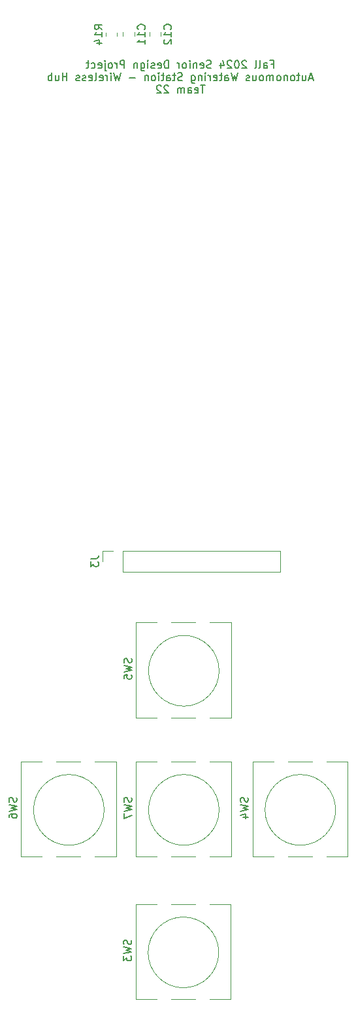
<source format=gbr>
%TF.GenerationSoftware,KiCad,Pcbnew,(6.0.0)*%
%TF.CreationDate,2024-11-07T04:23:40-05:00*%
%TF.ProjectId,sensor-hub,73656e73-6f72-42d6-9875-622e6b696361,rev?*%
%TF.SameCoordinates,Original*%
%TF.FileFunction,Legend,Bot*%
%TF.FilePolarity,Positive*%
%FSLAX46Y46*%
G04 Gerber Fmt 4.6, Leading zero omitted, Abs format (unit mm)*
G04 Created by KiCad (PCBNEW (6.0.0)) date 2024-11-07 04:23:40*
%MOMM*%
%LPD*%
G01*
G04 APERTURE LIST*
%ADD10C,0.150000*%
%ADD11C,0.120000*%
G04 APERTURE END LIST*
D10*
X123738095Y-33818571D02*
X124071428Y-33818571D01*
X124071428Y-34342380D02*
X124071428Y-33342380D01*
X123595238Y-33342380D01*
X122785714Y-34342380D02*
X122785714Y-33818571D01*
X122833333Y-33723333D01*
X122928571Y-33675714D01*
X123119047Y-33675714D01*
X123214285Y-33723333D01*
X122785714Y-34294761D02*
X122880952Y-34342380D01*
X123119047Y-34342380D01*
X123214285Y-34294761D01*
X123261904Y-34199523D01*
X123261904Y-34104285D01*
X123214285Y-34009047D01*
X123119047Y-33961428D01*
X122880952Y-33961428D01*
X122785714Y-33913809D01*
X122166666Y-34342380D02*
X122261904Y-34294761D01*
X122309523Y-34199523D01*
X122309523Y-33342380D01*
X121642857Y-34342380D02*
X121738095Y-34294761D01*
X121785714Y-34199523D01*
X121785714Y-33342380D01*
X120547619Y-33437619D02*
X120500000Y-33390000D01*
X120404761Y-33342380D01*
X120166666Y-33342380D01*
X120071428Y-33390000D01*
X120023809Y-33437619D01*
X119976190Y-33532857D01*
X119976190Y-33628095D01*
X120023809Y-33770952D01*
X120595238Y-34342380D01*
X119976190Y-34342380D01*
X119357142Y-33342380D02*
X119261904Y-33342380D01*
X119166666Y-33390000D01*
X119119047Y-33437619D01*
X119071428Y-33532857D01*
X119023809Y-33723333D01*
X119023809Y-33961428D01*
X119071428Y-34151904D01*
X119119047Y-34247142D01*
X119166666Y-34294761D01*
X119261904Y-34342380D01*
X119357142Y-34342380D01*
X119452380Y-34294761D01*
X119500000Y-34247142D01*
X119547619Y-34151904D01*
X119595238Y-33961428D01*
X119595238Y-33723333D01*
X119547619Y-33532857D01*
X119500000Y-33437619D01*
X119452380Y-33390000D01*
X119357142Y-33342380D01*
X118642857Y-33437619D02*
X118595238Y-33390000D01*
X118500000Y-33342380D01*
X118261904Y-33342380D01*
X118166666Y-33390000D01*
X118119047Y-33437619D01*
X118071428Y-33532857D01*
X118071428Y-33628095D01*
X118119047Y-33770952D01*
X118690476Y-34342380D01*
X118071428Y-34342380D01*
X117214285Y-33675714D02*
X117214285Y-34342380D01*
X117452380Y-33294761D02*
X117690476Y-34009047D01*
X117071428Y-34009047D01*
X115976190Y-34294761D02*
X115833333Y-34342380D01*
X115595238Y-34342380D01*
X115500000Y-34294761D01*
X115452380Y-34247142D01*
X115404761Y-34151904D01*
X115404761Y-34056666D01*
X115452380Y-33961428D01*
X115500000Y-33913809D01*
X115595238Y-33866190D01*
X115785714Y-33818571D01*
X115880952Y-33770952D01*
X115928571Y-33723333D01*
X115976190Y-33628095D01*
X115976190Y-33532857D01*
X115928571Y-33437619D01*
X115880952Y-33390000D01*
X115785714Y-33342380D01*
X115547619Y-33342380D01*
X115404761Y-33390000D01*
X114595238Y-34294761D02*
X114690476Y-34342380D01*
X114880952Y-34342380D01*
X114976190Y-34294761D01*
X115023809Y-34199523D01*
X115023809Y-33818571D01*
X114976190Y-33723333D01*
X114880952Y-33675714D01*
X114690476Y-33675714D01*
X114595238Y-33723333D01*
X114547619Y-33818571D01*
X114547619Y-33913809D01*
X115023809Y-34009047D01*
X114119047Y-33675714D02*
X114119047Y-34342380D01*
X114119047Y-33770952D02*
X114071428Y-33723333D01*
X113976190Y-33675714D01*
X113833333Y-33675714D01*
X113738095Y-33723333D01*
X113690476Y-33818571D01*
X113690476Y-34342380D01*
X113214285Y-34342380D02*
X113214285Y-33675714D01*
X113214285Y-33342380D02*
X113261904Y-33390000D01*
X113214285Y-33437619D01*
X113166666Y-33390000D01*
X113214285Y-33342380D01*
X113214285Y-33437619D01*
X112595238Y-34342380D02*
X112690476Y-34294761D01*
X112738095Y-34247142D01*
X112785714Y-34151904D01*
X112785714Y-33866190D01*
X112738095Y-33770952D01*
X112690476Y-33723333D01*
X112595238Y-33675714D01*
X112452380Y-33675714D01*
X112357142Y-33723333D01*
X112309523Y-33770952D01*
X112261904Y-33866190D01*
X112261904Y-34151904D01*
X112309523Y-34247142D01*
X112357142Y-34294761D01*
X112452380Y-34342380D01*
X112595238Y-34342380D01*
X111833333Y-34342380D02*
X111833333Y-33675714D01*
X111833333Y-33866190D02*
X111785714Y-33770952D01*
X111738095Y-33723333D01*
X111642857Y-33675714D01*
X111547619Y-33675714D01*
X110452380Y-34342380D02*
X110452380Y-33342380D01*
X110214285Y-33342380D01*
X110071428Y-33390000D01*
X109976190Y-33485238D01*
X109928571Y-33580476D01*
X109880952Y-33770952D01*
X109880952Y-33913809D01*
X109928571Y-34104285D01*
X109976190Y-34199523D01*
X110071428Y-34294761D01*
X110214285Y-34342380D01*
X110452380Y-34342380D01*
X109071428Y-34294761D02*
X109166666Y-34342380D01*
X109357142Y-34342380D01*
X109452380Y-34294761D01*
X109500000Y-34199523D01*
X109500000Y-33818571D01*
X109452380Y-33723333D01*
X109357142Y-33675714D01*
X109166666Y-33675714D01*
X109071428Y-33723333D01*
X109023809Y-33818571D01*
X109023809Y-33913809D01*
X109500000Y-34009047D01*
X108642857Y-34294761D02*
X108547619Y-34342380D01*
X108357142Y-34342380D01*
X108261904Y-34294761D01*
X108214285Y-34199523D01*
X108214285Y-34151904D01*
X108261904Y-34056666D01*
X108357142Y-34009047D01*
X108500000Y-34009047D01*
X108595238Y-33961428D01*
X108642857Y-33866190D01*
X108642857Y-33818571D01*
X108595238Y-33723333D01*
X108500000Y-33675714D01*
X108357142Y-33675714D01*
X108261904Y-33723333D01*
X107785714Y-34342380D02*
X107785714Y-33675714D01*
X107785714Y-33342380D02*
X107833333Y-33390000D01*
X107785714Y-33437619D01*
X107738095Y-33390000D01*
X107785714Y-33342380D01*
X107785714Y-33437619D01*
X106880952Y-33675714D02*
X106880952Y-34485238D01*
X106928571Y-34580476D01*
X106976190Y-34628095D01*
X107071428Y-34675714D01*
X107214285Y-34675714D01*
X107309523Y-34628095D01*
X106880952Y-34294761D02*
X106976190Y-34342380D01*
X107166666Y-34342380D01*
X107261904Y-34294761D01*
X107309523Y-34247142D01*
X107357142Y-34151904D01*
X107357142Y-33866190D01*
X107309523Y-33770952D01*
X107261904Y-33723333D01*
X107166666Y-33675714D01*
X106976190Y-33675714D01*
X106880952Y-33723333D01*
X106404761Y-33675714D02*
X106404761Y-34342380D01*
X106404761Y-33770952D02*
X106357142Y-33723333D01*
X106261904Y-33675714D01*
X106119047Y-33675714D01*
X106023809Y-33723333D01*
X105976190Y-33818571D01*
X105976190Y-34342380D01*
X104738095Y-34342380D02*
X104738095Y-33342380D01*
X104357142Y-33342380D01*
X104261904Y-33390000D01*
X104214285Y-33437619D01*
X104166666Y-33532857D01*
X104166666Y-33675714D01*
X104214285Y-33770952D01*
X104261904Y-33818571D01*
X104357142Y-33866190D01*
X104738095Y-33866190D01*
X103738095Y-34342380D02*
X103738095Y-33675714D01*
X103738095Y-33866190D02*
X103690476Y-33770952D01*
X103642857Y-33723333D01*
X103547619Y-33675714D01*
X103452380Y-33675714D01*
X102976190Y-34342380D02*
X103071428Y-34294761D01*
X103119047Y-34247142D01*
X103166666Y-34151904D01*
X103166666Y-33866190D01*
X103119047Y-33770952D01*
X103071428Y-33723333D01*
X102976190Y-33675714D01*
X102833333Y-33675714D01*
X102738095Y-33723333D01*
X102690476Y-33770952D01*
X102642857Y-33866190D01*
X102642857Y-34151904D01*
X102690476Y-34247142D01*
X102738095Y-34294761D01*
X102833333Y-34342380D01*
X102976190Y-34342380D01*
X102214285Y-33675714D02*
X102214285Y-34532857D01*
X102261904Y-34628095D01*
X102357142Y-34675714D01*
X102404761Y-34675714D01*
X102214285Y-33342380D02*
X102261904Y-33390000D01*
X102214285Y-33437619D01*
X102166666Y-33390000D01*
X102214285Y-33342380D01*
X102214285Y-33437619D01*
X101357142Y-34294761D02*
X101452380Y-34342380D01*
X101642857Y-34342380D01*
X101738095Y-34294761D01*
X101785714Y-34199523D01*
X101785714Y-33818571D01*
X101738095Y-33723333D01*
X101642857Y-33675714D01*
X101452380Y-33675714D01*
X101357142Y-33723333D01*
X101309523Y-33818571D01*
X101309523Y-33913809D01*
X101785714Y-34009047D01*
X100452380Y-34294761D02*
X100547619Y-34342380D01*
X100738095Y-34342380D01*
X100833333Y-34294761D01*
X100880952Y-34247142D01*
X100928571Y-34151904D01*
X100928571Y-33866190D01*
X100880952Y-33770952D01*
X100833333Y-33723333D01*
X100738095Y-33675714D01*
X100547619Y-33675714D01*
X100452380Y-33723333D01*
X100166666Y-33675714D02*
X99785714Y-33675714D01*
X100023809Y-33342380D02*
X100023809Y-34199523D01*
X99976190Y-34294761D01*
X99880952Y-34342380D01*
X99785714Y-34342380D01*
X129142857Y-35666666D02*
X128666666Y-35666666D01*
X129238095Y-35952380D02*
X128904761Y-34952380D01*
X128571428Y-35952380D01*
X127809523Y-35285714D02*
X127809523Y-35952380D01*
X128238095Y-35285714D02*
X128238095Y-35809523D01*
X128190476Y-35904761D01*
X128095238Y-35952380D01*
X127952380Y-35952380D01*
X127857142Y-35904761D01*
X127809523Y-35857142D01*
X127476190Y-35285714D02*
X127095238Y-35285714D01*
X127333333Y-34952380D02*
X127333333Y-35809523D01*
X127285714Y-35904761D01*
X127190476Y-35952380D01*
X127095238Y-35952380D01*
X126619047Y-35952380D02*
X126714285Y-35904761D01*
X126761904Y-35857142D01*
X126809523Y-35761904D01*
X126809523Y-35476190D01*
X126761904Y-35380952D01*
X126714285Y-35333333D01*
X126619047Y-35285714D01*
X126476190Y-35285714D01*
X126380952Y-35333333D01*
X126333333Y-35380952D01*
X126285714Y-35476190D01*
X126285714Y-35761904D01*
X126333333Y-35857142D01*
X126380952Y-35904761D01*
X126476190Y-35952380D01*
X126619047Y-35952380D01*
X125857142Y-35285714D02*
X125857142Y-35952380D01*
X125857142Y-35380952D02*
X125809523Y-35333333D01*
X125714285Y-35285714D01*
X125571428Y-35285714D01*
X125476190Y-35333333D01*
X125428571Y-35428571D01*
X125428571Y-35952380D01*
X124809523Y-35952380D02*
X124904761Y-35904761D01*
X124952380Y-35857142D01*
X125000000Y-35761904D01*
X125000000Y-35476190D01*
X124952380Y-35380952D01*
X124904761Y-35333333D01*
X124809523Y-35285714D01*
X124666666Y-35285714D01*
X124571428Y-35333333D01*
X124523809Y-35380952D01*
X124476190Y-35476190D01*
X124476190Y-35761904D01*
X124523809Y-35857142D01*
X124571428Y-35904761D01*
X124666666Y-35952380D01*
X124809523Y-35952380D01*
X124047619Y-35952380D02*
X124047619Y-35285714D01*
X124047619Y-35380952D02*
X124000000Y-35333333D01*
X123904761Y-35285714D01*
X123761904Y-35285714D01*
X123666666Y-35333333D01*
X123619047Y-35428571D01*
X123619047Y-35952380D01*
X123619047Y-35428571D02*
X123571428Y-35333333D01*
X123476190Y-35285714D01*
X123333333Y-35285714D01*
X123238095Y-35333333D01*
X123190476Y-35428571D01*
X123190476Y-35952380D01*
X122571428Y-35952380D02*
X122666666Y-35904761D01*
X122714285Y-35857142D01*
X122761904Y-35761904D01*
X122761904Y-35476190D01*
X122714285Y-35380952D01*
X122666666Y-35333333D01*
X122571428Y-35285714D01*
X122428571Y-35285714D01*
X122333333Y-35333333D01*
X122285714Y-35380952D01*
X122238095Y-35476190D01*
X122238095Y-35761904D01*
X122285714Y-35857142D01*
X122333333Y-35904761D01*
X122428571Y-35952380D01*
X122571428Y-35952380D01*
X121380952Y-35285714D02*
X121380952Y-35952380D01*
X121809523Y-35285714D02*
X121809523Y-35809523D01*
X121761904Y-35904761D01*
X121666666Y-35952380D01*
X121523809Y-35952380D01*
X121428571Y-35904761D01*
X121380952Y-35857142D01*
X120952380Y-35904761D02*
X120857142Y-35952380D01*
X120666666Y-35952380D01*
X120571428Y-35904761D01*
X120523809Y-35809523D01*
X120523809Y-35761904D01*
X120571428Y-35666666D01*
X120666666Y-35619047D01*
X120809523Y-35619047D01*
X120904761Y-35571428D01*
X120952380Y-35476190D01*
X120952380Y-35428571D01*
X120904761Y-35333333D01*
X120809523Y-35285714D01*
X120666666Y-35285714D01*
X120571428Y-35333333D01*
X119428571Y-34952380D02*
X119190476Y-35952380D01*
X119000000Y-35238095D01*
X118809523Y-35952380D01*
X118571428Y-34952380D01*
X117761904Y-35952380D02*
X117761904Y-35428571D01*
X117809523Y-35333333D01*
X117904761Y-35285714D01*
X118095238Y-35285714D01*
X118190476Y-35333333D01*
X117761904Y-35904761D02*
X117857142Y-35952380D01*
X118095238Y-35952380D01*
X118190476Y-35904761D01*
X118238095Y-35809523D01*
X118238095Y-35714285D01*
X118190476Y-35619047D01*
X118095238Y-35571428D01*
X117857142Y-35571428D01*
X117761904Y-35523809D01*
X117428571Y-35285714D02*
X117047619Y-35285714D01*
X117285714Y-34952380D02*
X117285714Y-35809523D01*
X117238095Y-35904761D01*
X117142857Y-35952380D01*
X117047619Y-35952380D01*
X116333333Y-35904761D02*
X116428571Y-35952380D01*
X116619047Y-35952380D01*
X116714285Y-35904761D01*
X116761904Y-35809523D01*
X116761904Y-35428571D01*
X116714285Y-35333333D01*
X116619047Y-35285714D01*
X116428571Y-35285714D01*
X116333333Y-35333333D01*
X116285714Y-35428571D01*
X116285714Y-35523809D01*
X116761904Y-35619047D01*
X115857142Y-35952380D02*
X115857142Y-35285714D01*
X115857142Y-35476190D02*
X115809523Y-35380952D01*
X115761904Y-35333333D01*
X115666666Y-35285714D01*
X115571428Y-35285714D01*
X115238095Y-35952380D02*
X115238095Y-35285714D01*
X115238095Y-34952380D02*
X115285714Y-35000000D01*
X115238095Y-35047619D01*
X115190476Y-35000000D01*
X115238095Y-34952380D01*
X115238095Y-35047619D01*
X114761904Y-35285714D02*
X114761904Y-35952380D01*
X114761904Y-35380952D02*
X114714285Y-35333333D01*
X114619047Y-35285714D01*
X114476190Y-35285714D01*
X114380952Y-35333333D01*
X114333333Y-35428571D01*
X114333333Y-35952380D01*
X113428571Y-35285714D02*
X113428571Y-36095238D01*
X113476190Y-36190476D01*
X113523809Y-36238095D01*
X113619047Y-36285714D01*
X113761904Y-36285714D01*
X113857142Y-36238095D01*
X113428571Y-35904761D02*
X113523809Y-35952380D01*
X113714285Y-35952380D01*
X113809523Y-35904761D01*
X113857142Y-35857142D01*
X113904761Y-35761904D01*
X113904761Y-35476190D01*
X113857142Y-35380952D01*
X113809523Y-35333333D01*
X113714285Y-35285714D01*
X113523809Y-35285714D01*
X113428571Y-35333333D01*
X112238095Y-35904761D02*
X112095238Y-35952380D01*
X111857142Y-35952380D01*
X111761904Y-35904761D01*
X111714285Y-35857142D01*
X111666666Y-35761904D01*
X111666666Y-35666666D01*
X111714285Y-35571428D01*
X111761904Y-35523809D01*
X111857142Y-35476190D01*
X112047619Y-35428571D01*
X112142857Y-35380952D01*
X112190476Y-35333333D01*
X112238095Y-35238095D01*
X112238095Y-35142857D01*
X112190476Y-35047619D01*
X112142857Y-35000000D01*
X112047619Y-34952380D01*
X111809523Y-34952380D01*
X111666666Y-35000000D01*
X111380952Y-35285714D02*
X111000000Y-35285714D01*
X111238095Y-34952380D02*
X111238095Y-35809523D01*
X111190476Y-35904761D01*
X111095238Y-35952380D01*
X111000000Y-35952380D01*
X110238095Y-35952380D02*
X110238095Y-35428571D01*
X110285714Y-35333333D01*
X110380952Y-35285714D01*
X110571428Y-35285714D01*
X110666666Y-35333333D01*
X110238095Y-35904761D02*
X110333333Y-35952380D01*
X110571428Y-35952380D01*
X110666666Y-35904761D01*
X110714285Y-35809523D01*
X110714285Y-35714285D01*
X110666666Y-35619047D01*
X110571428Y-35571428D01*
X110333333Y-35571428D01*
X110238095Y-35523809D01*
X109904761Y-35285714D02*
X109523809Y-35285714D01*
X109761904Y-34952380D02*
X109761904Y-35809523D01*
X109714285Y-35904761D01*
X109619047Y-35952380D01*
X109523809Y-35952380D01*
X109190476Y-35952380D02*
X109190476Y-35285714D01*
X109190476Y-34952380D02*
X109238095Y-35000000D01*
X109190476Y-35047619D01*
X109142857Y-35000000D01*
X109190476Y-34952380D01*
X109190476Y-35047619D01*
X108571428Y-35952380D02*
X108666666Y-35904761D01*
X108714285Y-35857142D01*
X108761904Y-35761904D01*
X108761904Y-35476190D01*
X108714285Y-35380952D01*
X108666666Y-35333333D01*
X108571428Y-35285714D01*
X108428571Y-35285714D01*
X108333333Y-35333333D01*
X108285714Y-35380952D01*
X108238095Y-35476190D01*
X108238095Y-35761904D01*
X108285714Y-35857142D01*
X108333333Y-35904761D01*
X108428571Y-35952380D01*
X108571428Y-35952380D01*
X107809523Y-35285714D02*
X107809523Y-35952380D01*
X107809523Y-35380952D02*
X107761904Y-35333333D01*
X107666666Y-35285714D01*
X107523809Y-35285714D01*
X107428571Y-35333333D01*
X107380952Y-35428571D01*
X107380952Y-35952380D01*
X106142857Y-35571428D02*
X105380952Y-35571428D01*
X104238095Y-34952380D02*
X104000000Y-35952380D01*
X103809523Y-35238095D01*
X103619047Y-35952380D01*
X103380952Y-34952380D01*
X103000000Y-35952380D02*
X103000000Y-35285714D01*
X103000000Y-34952380D02*
X103047619Y-35000000D01*
X103000000Y-35047619D01*
X102952380Y-35000000D01*
X103000000Y-34952380D01*
X103000000Y-35047619D01*
X102523809Y-35952380D02*
X102523809Y-35285714D01*
X102523809Y-35476190D02*
X102476190Y-35380952D01*
X102428571Y-35333333D01*
X102333333Y-35285714D01*
X102238095Y-35285714D01*
X101523809Y-35904761D02*
X101619047Y-35952380D01*
X101809523Y-35952380D01*
X101904761Y-35904761D01*
X101952380Y-35809523D01*
X101952380Y-35428571D01*
X101904761Y-35333333D01*
X101809523Y-35285714D01*
X101619047Y-35285714D01*
X101523809Y-35333333D01*
X101476190Y-35428571D01*
X101476190Y-35523809D01*
X101952380Y-35619047D01*
X100904761Y-35952380D02*
X101000000Y-35904761D01*
X101047619Y-35809523D01*
X101047619Y-34952380D01*
X100142857Y-35904761D02*
X100238095Y-35952380D01*
X100428571Y-35952380D01*
X100523809Y-35904761D01*
X100571428Y-35809523D01*
X100571428Y-35428571D01*
X100523809Y-35333333D01*
X100428571Y-35285714D01*
X100238095Y-35285714D01*
X100142857Y-35333333D01*
X100095238Y-35428571D01*
X100095238Y-35523809D01*
X100571428Y-35619047D01*
X99714285Y-35904761D02*
X99619047Y-35952380D01*
X99428571Y-35952380D01*
X99333333Y-35904761D01*
X99285714Y-35809523D01*
X99285714Y-35761904D01*
X99333333Y-35666666D01*
X99428571Y-35619047D01*
X99571428Y-35619047D01*
X99666666Y-35571428D01*
X99714285Y-35476190D01*
X99714285Y-35428571D01*
X99666666Y-35333333D01*
X99571428Y-35285714D01*
X99428571Y-35285714D01*
X99333333Y-35333333D01*
X98904761Y-35904761D02*
X98809523Y-35952380D01*
X98619047Y-35952380D01*
X98523809Y-35904761D01*
X98476190Y-35809523D01*
X98476190Y-35761904D01*
X98523809Y-35666666D01*
X98619047Y-35619047D01*
X98761904Y-35619047D01*
X98857142Y-35571428D01*
X98904761Y-35476190D01*
X98904761Y-35428571D01*
X98857142Y-35333333D01*
X98761904Y-35285714D01*
X98619047Y-35285714D01*
X98523809Y-35333333D01*
X97285714Y-35952380D02*
X97285714Y-34952380D01*
X97285714Y-35428571D02*
X96714285Y-35428571D01*
X96714285Y-35952380D02*
X96714285Y-34952380D01*
X95809523Y-35285714D02*
X95809523Y-35952380D01*
X96238095Y-35285714D02*
X96238095Y-35809523D01*
X96190476Y-35904761D01*
X96095238Y-35952380D01*
X95952380Y-35952380D01*
X95857142Y-35904761D01*
X95809523Y-35857142D01*
X95333333Y-35952380D02*
X95333333Y-34952380D01*
X95333333Y-35333333D02*
X95238095Y-35285714D01*
X95047619Y-35285714D01*
X94952380Y-35333333D01*
X94904761Y-35380952D01*
X94857142Y-35476190D01*
X94857142Y-35761904D01*
X94904761Y-35857142D01*
X94952380Y-35904761D01*
X95047619Y-35952380D01*
X95238095Y-35952380D01*
X95333333Y-35904761D01*
X115166666Y-36562380D02*
X114595238Y-36562380D01*
X114880952Y-37562380D02*
X114880952Y-36562380D01*
X113880952Y-37514761D02*
X113976190Y-37562380D01*
X114166666Y-37562380D01*
X114261904Y-37514761D01*
X114309523Y-37419523D01*
X114309523Y-37038571D01*
X114261904Y-36943333D01*
X114166666Y-36895714D01*
X113976190Y-36895714D01*
X113880952Y-36943333D01*
X113833333Y-37038571D01*
X113833333Y-37133809D01*
X114309523Y-37229047D01*
X112976190Y-37562380D02*
X112976190Y-37038571D01*
X113023809Y-36943333D01*
X113119047Y-36895714D01*
X113309523Y-36895714D01*
X113404761Y-36943333D01*
X112976190Y-37514761D02*
X113071428Y-37562380D01*
X113309523Y-37562380D01*
X113404761Y-37514761D01*
X113452380Y-37419523D01*
X113452380Y-37324285D01*
X113404761Y-37229047D01*
X113309523Y-37181428D01*
X113071428Y-37181428D01*
X112976190Y-37133809D01*
X112500000Y-37562380D02*
X112500000Y-36895714D01*
X112500000Y-36990952D02*
X112452380Y-36943333D01*
X112357142Y-36895714D01*
X112214285Y-36895714D01*
X112119047Y-36943333D01*
X112071428Y-37038571D01*
X112071428Y-37562380D01*
X112071428Y-37038571D02*
X112023809Y-36943333D01*
X111928571Y-36895714D01*
X111785714Y-36895714D01*
X111690476Y-36943333D01*
X111642857Y-37038571D01*
X111642857Y-37562380D01*
X110452380Y-36657619D02*
X110404761Y-36610000D01*
X110309523Y-36562380D01*
X110071428Y-36562380D01*
X109976190Y-36610000D01*
X109928571Y-36657619D01*
X109880952Y-36752857D01*
X109880952Y-36848095D01*
X109928571Y-36990952D01*
X110500000Y-37562380D01*
X109880952Y-37562380D01*
X109500000Y-36657619D02*
X109452380Y-36610000D01*
X109357142Y-36562380D01*
X109119047Y-36562380D01*
X109023809Y-36610000D01*
X108976190Y-36657619D01*
X108928571Y-36752857D01*
X108928571Y-36848095D01*
X108976190Y-36990952D01*
X109547619Y-37562380D01*
X108928571Y-37562380D01*
%TO.C,R14*%
X101852380Y-29307142D02*
X101376190Y-28973809D01*
X101852380Y-28735714D02*
X100852380Y-28735714D01*
X100852380Y-29116666D01*
X100900000Y-29211904D01*
X100947619Y-29259523D01*
X101042857Y-29307142D01*
X101185714Y-29307142D01*
X101280952Y-29259523D01*
X101328571Y-29211904D01*
X101376190Y-29116666D01*
X101376190Y-28735714D01*
X101852380Y-30259523D02*
X101852380Y-29688095D01*
X101852380Y-29973809D02*
X100852380Y-29973809D01*
X100995238Y-29878571D01*
X101090476Y-29783333D01*
X101138095Y-29688095D01*
X101185714Y-31116666D02*
X101852380Y-31116666D01*
X100804761Y-30878571D02*
X101519047Y-30640476D01*
X101519047Y-31259523D01*
%TO.C,SW3*%
X105594761Y-147146666D02*
X105642380Y-147289523D01*
X105642380Y-147527619D01*
X105594761Y-147622857D01*
X105547142Y-147670476D01*
X105451904Y-147718095D01*
X105356666Y-147718095D01*
X105261428Y-147670476D01*
X105213809Y-147622857D01*
X105166190Y-147527619D01*
X105118571Y-147337142D01*
X105070952Y-147241904D01*
X105023333Y-147194285D01*
X104928095Y-147146666D01*
X104832857Y-147146666D01*
X104737619Y-147194285D01*
X104690000Y-147241904D01*
X104642380Y-147337142D01*
X104642380Y-147575238D01*
X104690000Y-147718095D01*
X104642380Y-148051428D02*
X105642380Y-148289523D01*
X104928095Y-148480000D01*
X105642380Y-148670476D01*
X104642380Y-148908571D01*
X104642380Y-149194285D02*
X104642380Y-149813333D01*
X105023333Y-149480000D01*
X105023333Y-149622857D01*
X105070952Y-149718095D01*
X105118571Y-149765714D01*
X105213809Y-149813333D01*
X105451904Y-149813333D01*
X105547142Y-149765714D01*
X105594761Y-149718095D01*
X105642380Y-149622857D01*
X105642380Y-149337142D01*
X105594761Y-149241904D01*
X105547142Y-149194285D01*
%TO.C,SW4*%
X120744761Y-128706666D02*
X120792380Y-128849523D01*
X120792380Y-129087619D01*
X120744761Y-129182857D01*
X120697142Y-129230476D01*
X120601904Y-129278095D01*
X120506666Y-129278095D01*
X120411428Y-129230476D01*
X120363809Y-129182857D01*
X120316190Y-129087619D01*
X120268571Y-128897142D01*
X120220952Y-128801904D01*
X120173333Y-128754285D01*
X120078095Y-128706666D01*
X119982857Y-128706666D01*
X119887619Y-128754285D01*
X119840000Y-128801904D01*
X119792380Y-128897142D01*
X119792380Y-129135238D01*
X119840000Y-129278095D01*
X119792380Y-129611428D02*
X120792380Y-129849523D01*
X120078095Y-130040000D01*
X120792380Y-130230476D01*
X119792380Y-130468571D01*
X120125714Y-131278095D02*
X120792380Y-131278095D01*
X119744761Y-131040000D02*
X120459047Y-130801904D01*
X120459047Y-131420952D01*
%TO.C,SW7*%
X105644761Y-128706666D02*
X105692380Y-128849523D01*
X105692380Y-129087619D01*
X105644761Y-129182857D01*
X105597142Y-129230476D01*
X105501904Y-129278095D01*
X105406666Y-129278095D01*
X105311428Y-129230476D01*
X105263809Y-129182857D01*
X105216190Y-129087619D01*
X105168571Y-128897142D01*
X105120952Y-128801904D01*
X105073333Y-128754285D01*
X104978095Y-128706666D01*
X104882857Y-128706666D01*
X104787619Y-128754285D01*
X104740000Y-128801904D01*
X104692380Y-128897142D01*
X104692380Y-129135238D01*
X104740000Y-129278095D01*
X104692380Y-129611428D02*
X105692380Y-129849523D01*
X104978095Y-130040000D01*
X105692380Y-130230476D01*
X104692380Y-130468571D01*
X104692380Y-130754285D02*
X104692380Y-131420952D01*
X105692380Y-130992380D01*
%TO.C,J3*%
X100372380Y-97816666D02*
X101086666Y-97816666D01*
X101229523Y-97769047D01*
X101324761Y-97673809D01*
X101372380Y-97530952D01*
X101372380Y-97435714D01*
X100372380Y-98197619D02*
X100372380Y-98816666D01*
X100753333Y-98483333D01*
X100753333Y-98626190D01*
X100800952Y-98721428D01*
X100848571Y-98769047D01*
X100943809Y-98816666D01*
X101181904Y-98816666D01*
X101277142Y-98769047D01*
X101324761Y-98721428D01*
X101372380Y-98626190D01*
X101372380Y-98340476D01*
X101324761Y-98245238D01*
X101277142Y-98197619D01*
%TO.C,SW5*%
X105644761Y-110706666D02*
X105692380Y-110849523D01*
X105692380Y-111087619D01*
X105644761Y-111182857D01*
X105597142Y-111230476D01*
X105501904Y-111278095D01*
X105406666Y-111278095D01*
X105311428Y-111230476D01*
X105263809Y-111182857D01*
X105216190Y-111087619D01*
X105168571Y-110897142D01*
X105120952Y-110801904D01*
X105073333Y-110754285D01*
X104978095Y-110706666D01*
X104882857Y-110706666D01*
X104787619Y-110754285D01*
X104740000Y-110801904D01*
X104692380Y-110897142D01*
X104692380Y-111135238D01*
X104740000Y-111278095D01*
X104692380Y-111611428D02*
X105692380Y-111849523D01*
X104978095Y-112040000D01*
X105692380Y-112230476D01*
X104692380Y-112468571D01*
X104692380Y-113325714D02*
X104692380Y-112849523D01*
X105168571Y-112801904D01*
X105120952Y-112849523D01*
X105073333Y-112944761D01*
X105073333Y-113182857D01*
X105120952Y-113278095D01*
X105168571Y-113325714D01*
X105263809Y-113373333D01*
X105501904Y-113373333D01*
X105597142Y-113325714D01*
X105644761Y-113278095D01*
X105692380Y-113182857D01*
X105692380Y-112944761D01*
X105644761Y-112849523D01*
X105597142Y-112801904D01*
%TO.C,SW6*%
X90744761Y-128706666D02*
X90792380Y-128849523D01*
X90792380Y-129087619D01*
X90744761Y-129182857D01*
X90697142Y-129230476D01*
X90601904Y-129278095D01*
X90506666Y-129278095D01*
X90411428Y-129230476D01*
X90363809Y-129182857D01*
X90316190Y-129087619D01*
X90268571Y-128897142D01*
X90220952Y-128801904D01*
X90173333Y-128754285D01*
X90078095Y-128706666D01*
X89982857Y-128706666D01*
X89887619Y-128754285D01*
X89840000Y-128801904D01*
X89792380Y-128897142D01*
X89792380Y-129135238D01*
X89840000Y-129278095D01*
X89792380Y-129611428D02*
X90792380Y-129849523D01*
X90078095Y-130040000D01*
X90792380Y-130230476D01*
X89792380Y-130468571D01*
X89792380Y-131278095D02*
X89792380Y-131087619D01*
X89840000Y-130992380D01*
X89887619Y-130944761D01*
X90030476Y-130849523D01*
X90220952Y-130801904D01*
X90601904Y-130801904D01*
X90697142Y-130849523D01*
X90744761Y-130897142D01*
X90792380Y-130992380D01*
X90792380Y-131182857D01*
X90744761Y-131278095D01*
X90697142Y-131325714D01*
X90601904Y-131373333D01*
X90363809Y-131373333D01*
X90268571Y-131325714D01*
X90220952Y-131278095D01*
X90173333Y-131182857D01*
X90173333Y-130992380D01*
X90220952Y-130897142D01*
X90268571Y-130849523D01*
X90363809Y-130801904D01*
%TO.C,C12*%
X110737142Y-29307142D02*
X110784761Y-29259523D01*
X110832380Y-29116666D01*
X110832380Y-29021428D01*
X110784761Y-28878571D01*
X110689523Y-28783333D01*
X110594285Y-28735714D01*
X110403809Y-28688095D01*
X110260952Y-28688095D01*
X110070476Y-28735714D01*
X109975238Y-28783333D01*
X109880000Y-28878571D01*
X109832380Y-29021428D01*
X109832380Y-29116666D01*
X109880000Y-29259523D01*
X109927619Y-29307142D01*
X110832380Y-30259523D02*
X110832380Y-29688095D01*
X110832380Y-29973809D02*
X109832380Y-29973809D01*
X109975238Y-29878571D01*
X110070476Y-29783333D01*
X110118095Y-29688095D01*
X109927619Y-30640476D02*
X109880000Y-30688095D01*
X109832380Y-30783333D01*
X109832380Y-31021428D01*
X109880000Y-31116666D01*
X109927619Y-31164285D01*
X110022857Y-31211904D01*
X110118095Y-31211904D01*
X110260952Y-31164285D01*
X110832380Y-30592857D01*
X110832380Y-31211904D01*
%TO.C,C11*%
X107337142Y-29307142D02*
X107384761Y-29259523D01*
X107432380Y-29116666D01*
X107432380Y-29021428D01*
X107384761Y-28878571D01*
X107289523Y-28783333D01*
X107194285Y-28735714D01*
X107003809Y-28688095D01*
X106860952Y-28688095D01*
X106670476Y-28735714D01*
X106575238Y-28783333D01*
X106480000Y-28878571D01*
X106432380Y-29021428D01*
X106432380Y-29116666D01*
X106480000Y-29259523D01*
X106527619Y-29307142D01*
X107432380Y-30259523D02*
X107432380Y-29688095D01*
X107432380Y-29973809D02*
X106432380Y-29973809D01*
X106575238Y-29878571D01*
X106670476Y-29783333D01*
X106718095Y-29688095D01*
X107432380Y-31211904D02*
X107432380Y-30640476D01*
X107432380Y-30926190D02*
X106432380Y-30926190D01*
X106575238Y-30830952D01*
X106670476Y-30735714D01*
X106718095Y-30640476D01*
D11*
%TO.C,R14*%
X102315000Y-29722936D02*
X102315000Y-30177064D01*
X103785000Y-29722936D02*
X103785000Y-30177064D01*
%TO.C,SW3*%
X110780000Y-154800000D02*
X113920000Y-154800000D01*
X106200000Y-154800000D02*
X108920000Y-154800000D01*
X113920000Y-142500000D02*
X110780000Y-142500000D01*
X115780000Y-154800000D02*
X118500000Y-154800000D01*
X118500000Y-142500000D02*
X115780000Y-142500000D01*
X106200000Y-142500000D02*
X106200000Y-154800000D01*
X118500000Y-154800000D02*
X118500000Y-142500000D01*
X108920000Y-142500000D02*
X106200000Y-142500000D01*
X116969050Y-148750000D02*
G75*
G03*
X116969050Y-148750000I-4579050J0D01*
G01*
%TO.C,SW4*%
X129070000Y-124060000D02*
X125930000Y-124060000D01*
X133650000Y-136360000D02*
X133650000Y-124060000D01*
X121350000Y-136360000D02*
X124070000Y-136360000D01*
X133650000Y-124060000D02*
X130930000Y-124060000D01*
X130930000Y-136360000D02*
X133650000Y-136360000D01*
X124070000Y-124060000D02*
X121350000Y-124060000D01*
X125930000Y-136360000D02*
X129070000Y-136360000D01*
X121350000Y-124060000D02*
X121350000Y-136360000D01*
X132119050Y-130310000D02*
G75*
G03*
X132119050Y-130310000I-4579050J0D01*
G01*
%TO.C,SW7*%
X110830000Y-136360000D02*
X113970000Y-136360000D01*
X108970000Y-124060000D02*
X106250000Y-124060000D01*
X118550000Y-136360000D02*
X118550000Y-124060000D01*
X118550000Y-124060000D02*
X115830000Y-124060000D01*
X106250000Y-136360000D02*
X108970000Y-136360000D01*
X113970000Y-124060000D02*
X110830000Y-124060000D01*
X115830000Y-136360000D02*
X118550000Y-136360000D01*
X106250000Y-124060000D02*
X106250000Y-136360000D01*
X117019050Y-130310000D02*
G75*
G03*
X117019050Y-130310000I-4579050J0D01*
G01*
%TO.C,J3*%
X104520000Y-99480000D02*
X124900000Y-99480000D01*
X104520000Y-96820000D02*
X124900000Y-96820000D01*
X104520000Y-96820000D02*
X104520000Y-99480000D01*
X103250000Y-96820000D02*
X101920000Y-96820000D01*
X101920000Y-96820000D02*
X101920000Y-98150000D01*
X124900000Y-96820000D02*
X124900000Y-99480000D01*
%TO.C,SW5*%
X106250000Y-106060000D02*
X106250000Y-118360000D01*
X108970000Y-106060000D02*
X106250000Y-106060000D01*
X115830000Y-118360000D02*
X118550000Y-118360000D01*
X110830000Y-118360000D02*
X113970000Y-118360000D01*
X113970000Y-106060000D02*
X110830000Y-106060000D01*
X118550000Y-118360000D02*
X118550000Y-106060000D01*
X106250000Y-118360000D02*
X108970000Y-118360000D01*
X118550000Y-106060000D02*
X115830000Y-106060000D01*
X117019050Y-112310000D02*
G75*
G03*
X117019050Y-112310000I-4579050J0D01*
G01*
%TO.C,SW6*%
X99070000Y-124060000D02*
X95930000Y-124060000D01*
X103650000Y-124060000D02*
X100930000Y-124060000D01*
X94070000Y-124060000D02*
X91350000Y-124060000D01*
X95930000Y-136360000D02*
X99070000Y-136360000D01*
X91350000Y-124060000D02*
X91350000Y-136360000D01*
X103650000Y-136360000D02*
X103650000Y-124060000D01*
X100930000Y-136360000D02*
X103650000Y-136360000D01*
X91350000Y-136360000D02*
X94070000Y-136360000D01*
X102119050Y-130310000D02*
G75*
G03*
X102119050Y-130310000I-4579050J0D01*
G01*
%TO.C,C12*%
X109435000Y-30211252D02*
X109435000Y-29688748D01*
X107965000Y-30211252D02*
X107965000Y-29688748D01*
%TO.C,C11*%
X106035000Y-30211252D02*
X106035000Y-29688748D01*
X104565000Y-30211252D02*
X104565000Y-29688748D01*
%TD*%
M02*

</source>
